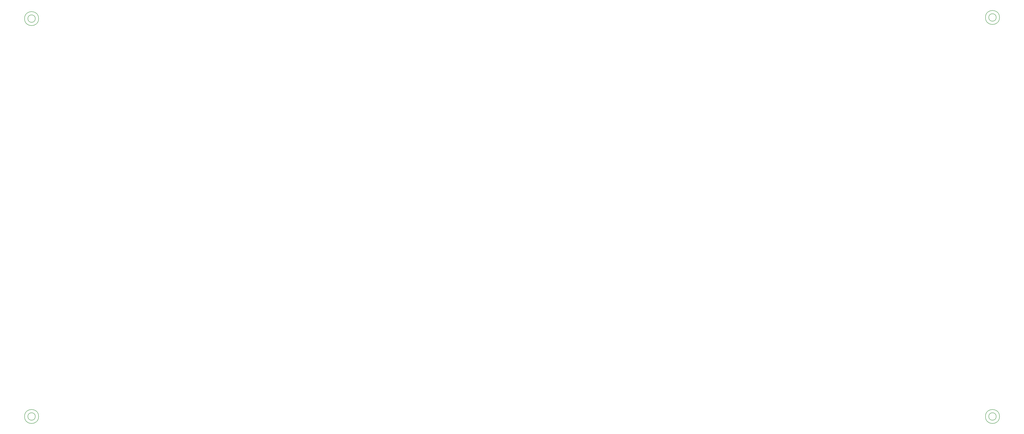
<source format=gbr>
%TF.GenerationSoftware,Altium Limited,Altium Designer,21.6.4 (81)*%
G04 Layer_Color=8388736*
%FSLAX26Y26*%
%MOIN*%
%TF.SameCoordinates,892991E7-994B-4F78-B437-02A20B6E2807*%
%TF.FilePolarity,Positive*%
%TF.FileFunction,Other,Bottom_Assembly*%
%TF.Part,Single*%
G01*
G75*
%TA.AperFunction,NonConductor*%
%ADD131C,0.005000*%
D131*
X422047Y300000D02*
G03*
X422047Y300000I-122047J0D01*
G01*
X364961D02*
G03*
X364961Y300000I-64961J0D01*
G01*
X422047Y7200000D02*
G03*
X422047Y7200000I-122047J0D01*
G01*
X364961D02*
G03*
X364961Y7200000I-64961J0D01*
G01*
X17072046Y7220000D02*
G03*
X17072046Y7220000I-122047J0D01*
G01*
X17014961D02*
G03*
X17014961Y7220000I-64961J0D01*
G01*
X17072046Y300000D02*
G03*
X17072046Y300000I-122047J0D01*
G01*
X17014961D02*
G03*
X17014961Y300000I-64961J0D01*
G01*
%TF.MD5,6d1210d0bfbb7d993951c1b479aaa9c3*%
M02*

</source>
